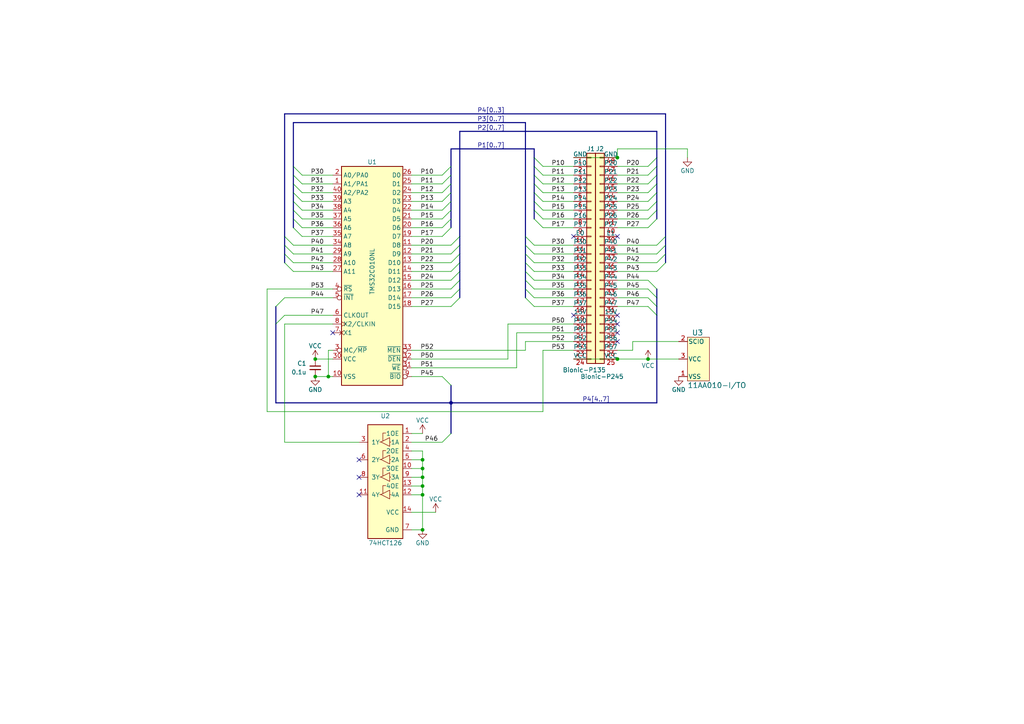
<source format=kicad_sch>
(kicad_sch (version 20230121) (generator eeschema)
  (paper "A4")
  (title_block (title "BionicTMS32010") (date "2022-01-20") (rev "1") (company "Tadashi G. Takaoka"))
  (lib_symbols
    (symbol "0-LocalLibrary:11AA010-I_TO" (pin_names (offset 0.254))
      (property "Reference" "U" (at 2.54 1.27 0))
      (property "Value" "11AA010-I/TO" (at 3.81 -13.97 0))
      (symbol "11AA010-I_TO_1_1"
        (rectangle (start 0 0) (end 6.35 -12.7) (fill (type background)))
        (pin power_in line (at -2.54 -11.43 0) (length 2.54) (name "VSS") (number "1"))
        (pin bidirectional line (at -2.54 -1.27 0) (length 2.54) (name "SCIO") (number "2"))
        (pin power_in line (at -2.54 -6.35 0) (length 2.54) (name "VCC") (number "3"))
      )
    )
    (symbol "0-LocalLibrary:74HCT126" (pin_names (offset 1.016))
      (property "Reference" "U" (at 0 16.51 0))
      (property "Value" "74HCT126" (at 0 -19.05 0))
      (symbol "74HCT126_0_1"
        (polyline (pts (xy -1.2954 10.2108) (xy -1.6002 10.2108)))
        (polyline (pts (xy 1.2954 10.2362) (xy 1.651 10.2362)))
        (polyline (pts (xy 0.7112 10.5664) (xy 0.7112 12.827) (xy -0.127 12.827) (xy -0.1016 12.827)))
      )
      (symbol "74HCT126_1_0"
        (polyline (pts (xy 1.27 10.2362) (xy -1.27 11.5062) (xy -1.27 8.9662) (xy 1.27 10.2362)) (stroke (width 0.1524)))
        (pin input line (at -7.62 12.7 0) (length 2.54) (name "1OE") (number "1"))
        (pin input line (at -7.62 2.54 0) (length 2.54) (name "3OE") (number "10"))
        (pin tri_state line (at 7.62 -5.08 180) (length 2.54) (name "4Y") (number "11"))
        (pin input line (at -7.62 -5.08 0) (length 2.54) (name "4A") (number "12"))
        (pin input line (at -7.62 -2.54 0) (length 2.54) (name "4OE") (number "13"))
        (pin power_in line (at -7.62 -10.16 0) (length 2.54) (name "VCC") (number "14"))
        (pin input line (at -7.62 10.16 0) (length 2.54) (name "1A") (number "2"))
        (pin tri_state line (at 7.62 10.16 180) (length 2.54) (name "1Y") (number "3"))
        (pin input line (at -7.62 7.62 0) (length 2.54) (name "2OE") (number "4"))
        (pin input line (at -7.62 5.08 0) (length 2.54) (name "2A") (number "5"))
        (pin tri_state line (at 7.62 5.08 180) (length 2.54) (name "2Y") (number "6"))
        (pin power_in line (at -7.62 -15.24 0) (length 2.54) (name "GND") (number "7"))
        (pin tri_state line (at 7.62 0 180) (length 2.54) (name "3Y") (number "8"))
        (pin input line (at -7.62 0 0) (length 2.54) (name "3A") (number "9"))
      )
      (symbol "74HCT126_1_1"
        (rectangle (start -5.08 15.24) (end 5.08 -17.78) (stroke (width 0.254)) (fill (type background)))
        (polyline (pts (xy -1.2954 -5.0292) (xy -1.6002 -5.0292)))
        (polyline (pts (xy -1.2954 0.0508) (xy -1.6002 0.0508)))
        (polyline (pts (xy -1.2954 5.1308) (xy -1.6002 5.1308)))
        (polyline (pts (xy 1.2954 -5.0038) (xy 1.651 -5.0038)))
        (polyline (pts (xy 1.2954 0.0762) (xy 1.651 0.0762)))
        (polyline (pts (xy 1.2954 5.1562) (xy 1.651 5.1562)))
        (polyline (pts (xy 0.7112 -4.6736) (xy 0.7112 -2.413) (xy -0.127 -2.413) (xy -0.1016 -2.413)))
        (polyline (pts (xy 0.7112 0.4064) (xy 0.7112 2.667) (xy -0.127 2.667) (xy -0.1016 2.667)))
        (polyline (pts (xy 0.7112 5.4864) (xy 0.7112 7.747) (xy -0.127 7.747) (xy -0.1016 7.747)))
        (polyline (pts (xy 1.27 -5.0038) (xy -1.27 -3.7338) (xy -1.27 -6.2738) (xy 1.27 -5.0038)) (stroke (width 0.1524)))
        (polyline (pts (xy 1.27 0.0762) (xy -1.27 1.3462) (xy -1.27 -1.1938) (xy 1.27 0.0762)) (stroke (width 0.1524)))
        (polyline (pts (xy 1.27 5.1562) (xy -1.27 6.4262) (xy -1.27 3.8862) (xy 1.27 5.1562)) (stroke (width 0.1524)))
      )
    )
    (symbol "0-LocalLibrary:Bionic-P135" (pin_names (offset 0))
      (property "Reference" "J" (at 0 30.48 0))
      (property "Value" "Bionic-P135" (at -1.27 -33.02 0))
      (symbol "Bionic-P135_1_1"
        (rectangle (start -1.27 -30.353) (end 0 -30.607) (stroke (width 0.1524)))
        (rectangle (start -1.27 -27.813) (end 0 -28.067) (stroke (width 0.1524)))
        (rectangle (start -1.27 -25.273) (end 0 -25.527) (stroke (width 0.1524)))
        (rectangle (start -1.27 -22.733) (end 0 -22.987) (stroke (width 0.1524)))
        (rectangle (start -1.27 -20.193) (end 0 -20.447) (stroke (width 0.1524)))
        (rectangle (start -1.27 -17.653) (end 0 -17.907) (stroke (width 0.1524)))
        (rectangle (start -1.27 -15.113) (end 0 -15.367) (stroke (width 0.1524)))
        (rectangle (start -1.27 -12.573) (end 0 -12.827) (stroke (width 0.1524)))
        (rectangle (start -1.27 -10.033) (end 0 -10.287) (stroke (width 0.1524)))
        (rectangle (start -1.27 -7.493) (end 0 -7.747) (stroke (width 0.1524)))
        (rectangle (start -1.27 -4.953) (end 0 -5.207) (stroke (width 0.1524)))
        (rectangle (start -1.27 -2.413) (end 0 -2.667) (stroke (width 0.1524)))
        (rectangle (start -1.27 0.127) (end 0 -0.127) (stroke (width 0.1524)))
        (rectangle (start -1.27 2.667) (end 0 2.413) (stroke (width 0.1524)))
        (rectangle (start -1.27 5.207) (end 0 4.953) (stroke (width 0.1524)))
        (rectangle (start -1.27 7.747) (end 0 7.493) (stroke (width 0.1524)))
        (rectangle (start -1.27 10.287) (end 0 10.033) (stroke (width 0.1524)))
        (rectangle (start -1.27 12.827) (end 0 12.573) (stroke (width 0.1524)))
        (rectangle (start -1.27 15.367) (end 0 15.113) (stroke (width 0.1524)))
        (rectangle (start -1.27 17.907) (end 0 17.653) (stroke (width 0.1524)))
        (rectangle (start -1.27 20.447) (end 0 20.193) (stroke (width 0.1524)))
        (rectangle (start -1.27 22.987) (end 0 22.733) (stroke (width 0.1524)))
        (rectangle (start -1.27 25.527) (end 0 25.273) (stroke (width 0.1524)))
        (rectangle (start -1.27 28.067) (end 0 27.813) (stroke (width 0.1524)))
        (rectangle (start -1.27 29.21) (end 1.27 -31.75) (stroke (width 0.254)) (fill (type background)))
        (pin power_out line (at -5.08 27.94 0) (length 3.81) (name "GND") (number "1"))
        (pin bidirectional line (at -5.08 5.08 0) (length 3.81) (name "E0") (number "10"))
        (pin bidirectional line (at -5.08 2.54 0) (length 3.81) (name "P30") (number "11"))
        (pin bidirectional line (at -5.08 0 0) (length 3.81) (name "P31") (number "12"))
        (pin bidirectional line (at -5.08 -2.54 0) (length 3.81) (name "P32") (number "13"))
        (pin bidirectional line (at -5.08 -5.08 0) (length 3.81) (name "P33") (number "14"))
        (pin bidirectional line (at -5.08 -7.62 0) (length 3.81) (name "P34") (number "15"))
        (pin bidirectional line (at -5.08 -10.16 0) (length 3.81) (name "P35") (number "16"))
        (pin bidirectional line (at -5.08 -12.7 0) (length 3.81) (name "P36") (number "17"))
        (pin bidirectional line (at -5.08 -15.24 0) (length 3.81) (name "P37") (number "18"))
        (pin power_out line (at -5.08 -17.78 0) (length 3.81) (name "15V") (number "19"))
        (pin bidirectional line (at -5.08 25.4 0) (length 3.81) (name "P10") (number "2"))
        (pin bidirectional line (at -5.08 -20.32 0) (length 3.81) (name "P50") (number "20"))
        (pin bidirectional line (at -5.08 -22.86 0) (length 3.81) (name "P51") (number "21"))
        (pin bidirectional line (at -5.08 -25.4 0) (length 3.81) (name "P52") (number "22"))
        (pin bidirectional line (at -5.08 -27.94 0) (length 3.81) (name "P53") (number "23"))
        (pin power_out line (at -5.08 -30.48 0) (length 3.81) (name "VCC") (number "24"))
        (pin bidirectional line (at -5.08 22.86 0) (length 3.81) (name "P11") (number "3"))
        (pin bidirectional line (at -5.08 20.32 0) (length 3.81) (name "P12") (number "4"))
        (pin bidirectional line (at -5.08 17.78 0) (length 3.81) (name "P13") (number "5"))
        (pin bidirectional line (at -5.08 15.24 0) (length 3.81) (name "P14") (number "6"))
        (pin bidirectional line (at -5.08 12.7 0) (length 3.81) (name "P15") (number "7"))
        (pin bidirectional line (at -5.08 10.16 0) (length 3.81) (name "P16") (number "8"))
        (pin bidirectional line (at -5.08 7.62 0) (length 3.81) (name "P17") (number "9"))
      )
    )
    (symbol "0-LocalLibrary:Bionic-P245" (pin_names (offset 0))
      (property "Reference" "J" (at -3.81 30.48 0))
      (property "Value" "Bionic-P245" (at -1.27 -33.02 0))
      (symbol "Bionic-P245_1_1"
        (rectangle (start -5.08 -31.75) (end -2.54 29.21) (stroke (width 0.254)) (fill (type background)))
        (rectangle (start -3.81 -30.607) (end -2.54 -30.353) (stroke (width 0.1524)))
        (rectangle (start -3.81 -28.067) (end -2.54 -27.813) (stroke (width 0.1524)))
        (rectangle (start -3.81 -25.527) (end -2.54 -25.273) (stroke (width 0.1524)))
        (rectangle (start -3.81 -22.987) (end -2.54 -22.733) (stroke (width 0.1524)))
        (rectangle (start -3.81 -20.447) (end -2.54 -20.193) (stroke (width 0.1524)))
        (rectangle (start -3.81 -17.907) (end -2.54 -17.653) (stroke (width 0.1524)))
        (rectangle (start -3.81 -15.367) (end -2.54 -15.113) (stroke (width 0.1524)))
        (rectangle (start -3.81 -12.827) (end -2.54 -12.573) (stroke (width 0.1524)))
        (rectangle (start -3.81 -10.287) (end -2.54 -10.033) (stroke (width 0.1524)))
        (rectangle (start -3.81 -7.747) (end -2.54 -7.493) (stroke (width 0.1524)))
        (rectangle (start -3.81 -5.207) (end -2.54 -4.953) (stroke (width 0.1524)))
        (rectangle (start -3.81 -2.667) (end -2.54 -2.413) (stroke (width 0.1524)))
        (rectangle (start -3.81 -0.127) (end -2.54 0.127) (stroke (width 0.1524)))
        (rectangle (start -3.81 2.413) (end -2.54 2.667) (stroke (width 0.1524)))
        (rectangle (start -3.81 4.953) (end -2.54 5.207) (stroke (width 0.1524)))
        (rectangle (start -3.81 7.493) (end -2.54 7.747) (stroke (width 0.1524)))
        (rectangle (start -3.81 10.033) (end -2.54 10.287) (stroke (width 0.1524)))
        (rectangle (start -3.81 12.573) (end -2.54 12.827) (stroke (width 0.1524)))
        (rectangle (start -3.81 15.113) (end -2.54 15.367) (stroke (width 0.1524)))
        (rectangle (start -3.81 17.653) (end -2.54 17.907) (stroke (width 0.1524)))
        (rectangle (start -3.81 20.193) (end -2.54 20.447) (stroke (width 0.1524)))
        (rectangle (start -3.81 22.733) (end -2.54 22.987) (stroke (width 0.1524)))
        (rectangle (start -3.81 25.273) (end -2.54 25.527) (stroke (width 0.1524)))
        (rectangle (start -3.81 27.813) (end -2.54 28.067) (stroke (width 0.1524)))
        (pin power_in line (at 1.27 -30.48 180) (length 3.81) (name "VCC") (number "25"))
        (pin bidirectional line (at 1.27 -27.94 180) (length 3.81) (name "P57") (number "26"))
        (pin bidirectional line (at 1.27 -25.4 180) (length 3.81) (name "P56") (number "27"))
        (pin bidirectional line (at 1.27 -22.86 180) (length 3.81) (name "P55") (number "28"))
        (pin bidirectional line (at 1.27 -20.32 180) (length 3.81) (name "P54") (number "29"))
        (pin power_in line (at 1.27 -17.78 180) (length 3.81) (name "15V") (number "30"))
        (pin bidirectional line (at 1.27 -15.24 180) (length 3.81) (name "P47") (number "31"))
        (pin bidirectional line (at 1.27 -12.7 180) (length 3.81) (name "P46") (number "32"))
        (pin bidirectional line (at 1.27 -10.16 180) (length 3.81) (name "P45") (number "33"))
        (pin bidirectional line (at 1.27 -7.62 180) (length 3.81) (name "P44") (number "34"))
        (pin bidirectional line (at 1.27 -5.08 180) (length 3.81) (name "P43") (number "35"))
        (pin bidirectional line (at 1.27 -2.54 180) (length 3.81) (name "P42") (number "36"))
        (pin bidirectional line (at 1.27 0 180) (length 3.81) (name "P41") (number "37"))
        (pin bidirectional line (at 1.27 2.54 180) (length 3.81) (name "P40") (number "38"))
        (pin bidirectional line (at 1.27 5.08 180) (length 3.81) (name "E1") (number "39"))
        (pin bidirectional line (at 1.27 7.62 180) (length 3.81) (name "P27") (number "40"))
        (pin bidirectional line (at 1.27 10.16 180) (length 3.81) (name "P26") (number "41"))
        (pin bidirectional line (at 1.27 12.7 180) (length 3.81) (name "P25") (number "42"))
        (pin bidirectional line (at 1.27 15.24 180) (length 3.81) (name "P24") (number "43"))
        (pin bidirectional line (at 1.27 17.78 180) (length 3.81) (name "P23") (number "44"))
        (pin bidirectional line (at 1.27 20.32 180) (length 3.81) (name "P22") (number "45"))
        (pin bidirectional line (at 1.27 22.86 180) (length 3.81) (name "P21") (number "46"))
        (pin bidirectional line (at 1.27 25.4 180) (length 3.81) (name "P20") (number "47"))
        (pin power_in line (at 1.27 27.94 180) (length 3.81) (name "GND") (number "48"))
      )
    )
    (symbol "0-LocalLibrary:TMS32C010NL"
      (property "Reference" "U" (at -1.27 31.75 0))
      (property "Value" "TMS32C010NL" (at 0 -3.81 90))
      (symbol "TMS32C010NL_0_1"
        (rectangle (start -8.89 -33.02) (end 8.89 30.48) (stroke (width 0.254)) (fill (type background)))
      )
      (symbol "TMS32C010NL_1_0"
        (pin bidirectional line (at 11.43 10.16 180) (length 2.54) (name "D7") (number "19"))
      )
      (symbol "TMS32C010NL_1_1"
        (pin output line (at -11.43 25.4 0) (length 2.54) (name "A1/PA1") (number "1"))
        (pin power_in line (at -11.43 -30.48 0) (length 2.54) (name "VSS") (number "10"))
        (pin bidirectional line (at 11.43 7.62 180) (length 2.54) (name "D8") (number "11"))
        (pin bidirectional line (at 11.43 5.08 180) (length 2.54) (name "D9") (number "12"))
        (pin bidirectional line (at 11.43 2.54 180) (length 2.54) (name "D10") (number "13"))
        (pin bidirectional line (at 11.43 0 180) (length 2.54) (name "D11") (number "14"))
        (pin bidirectional line (at 11.43 -2.54 180) (length 2.54) (name "D12") (number "15"))
        (pin bidirectional line (at 11.43 -5.08 180) (length 2.54) (name "D13") (number "16"))
        (pin bidirectional line (at 11.43 -7.62 180) (length 2.54) (name "D14") (number "17"))
        (pin bidirectional line (at 11.43 -10.16 180) (length 2.54) (name "D15") (number "18"))
        (pin output line (at -11.43 27.94 0) (length 2.54) (name "A0/PA0") (number "2"))
        (pin bidirectional line (at 11.43 12.7 180) (length 2.54) (name "D6") (number "20"))
        (pin bidirectional line (at 11.43 15.24 180) (length 2.54) (name "D5") (number "21"))
        (pin bidirectional line (at 11.43 17.78 180) (length 2.54) (name "D4") (number "22"))
        (pin bidirectional line (at 11.43 20.32 180) (length 2.54) (name "D3") (number "23"))
        (pin bidirectional line (at 11.43 22.86 180) (length 2.54) (name "D2") (number "24"))
        (pin bidirectional line (at 11.43 25.4 180) (length 2.54) (name "D1") (number "25"))
        (pin bidirectional line (at 11.43 27.94 180) (length 2.54) (name "D0") (number "26"))
        (pin output line (at -11.43 0 0) (length 2.54) (name "A11") (number "27"))
        (pin output line (at -11.43 2.54 0) (length 2.54) (name "A10") (number "28"))
        (pin output line (at -11.43 5.08 0) (length 2.54) (name "A9") (number "29"))
        (pin input inverted (at -11.43 -22.86 0) (length 2.54) (name "MC/~{MP}") (number "3"))
        (pin power_in line (at -11.43 -25.4 0) (length 2.54) (name "VCC") (number "30"))
        (pin bidirectional inverted (at 11.43 -27.94 180) (length 2.54) (name "~{WE}") (number "31"))
        (pin output inverted (at 11.43 -25.4 180) (length 2.54) (name "~{DEN}") (number "32"))
        (pin output inverted (at 11.43 -22.86 180) (length 2.54) (name "~{MEN}") (number "33"))
        (pin output line (at -11.43 7.62 0) (length 2.54) (name "A8") (number "34"))
        (pin output line (at -11.43 10.16 0) (length 2.54) (name "A7") (number "35"))
        (pin output line (at -11.43 12.7 0) (length 2.54) (name "A6") (number "36"))
        (pin output line (at -11.43 15.24 0) (length 2.54) (name "A5") (number "37"))
        (pin output line (at -11.43 17.78 0) (length 2.54) (name "A4") (number "38"))
        (pin output line (at -11.43 20.32 0) (length 2.54) (name "A3") (number "39"))
        (pin input inverted (at -11.43 -5.08 0) (length 2.54) (name "~{RS}") (number "4"))
        (pin output line (at -11.43 22.86 0) (length 2.54) (name "A2/PA2") (number "40"))
        (pin input inverted (at -11.43 -7.62 0) (length 2.54) (name "~{INT}") (number "5"))
        (pin output line (at -11.43 -12.7 0) (length 2.54) (name "CLKOUT") (number "6"))
        (pin passive non_logic (at -11.43 -17.78 0) (length 2.54) (name "X1") (number "7"))
        (pin input clock (at -11.43 -15.24 0) (length 2.54) (name "X2/CLKIN") (number "8"))
        (pin input inverted (at 11.43 -30.48 180) (length 2.54) (name "~{BIO}") (number "9"))
      )
    )
    (symbol "Device:C_Small" (pin_numbers hide) (pin_names (offset 0.254) hide)
      (property "Reference" "C" (at 0.254 1.778 0))
      (property "Value" "C_Small" (at 0.254 -2.032 0))
      (symbol "C_Small_0_1"
        (polyline (pts (xy -1.524 -0.508) (xy 1.524 -0.508)) (stroke (width 0.3302)))
        (polyline (pts (xy -1.524 0.508) (xy 1.524 0.508)) (stroke (width 0.3048)))
      )
      (symbol "C_Small_1_1"
        (pin passive line (at 0 2.54 270) (length 2.032) (name "~") (number "1"))
        (pin passive line (at 0 -2.54 90) (length 2.032) (name "~") (number "2"))
      )
    )
    (symbol "power:GND" (power) (pin_names (offset 0))
      (property "Value" "GND" (at 0 -3.81 0))
      (symbol "GND_0_1"
        (polyline (pts (xy 0 0) (xy 0 -1.27) (xy 1.27 -1.27) (xy 0 -2.54) (xy -1.27 -1.27) (xy 0 -1.27)))
      )
      (symbol "GND_1_1"
        (pin power_in line (at 0 0 270) (length 0) hide (name "GND") (number "1"))
      )
    )
    (symbol "power:VCC" (power) (pin_names (offset 0))
      (property "Value" "VCC" (at 0 3.81 0))
      (symbol "VCC_0_1"
        (polyline (pts (xy -0.762 1.27) (xy 0 2.54)))
        (polyline (pts (xy 0 0) (xy 0 2.54)))
        (polyline (pts (xy 0 2.54) (xy 0.762 1.27)))
      )
      (symbol "VCC_1_1"
        (pin power_in line (at 0 0 90) (length 0) hide (name "VCC") (number "1"))
      )
    )
  )
  (junction (at 122.555 133.35))
  (junction (at 179.07 104.14))
  (junction (at 91.44 104.14))
  (junction (at 179.07 45.72))
  (junction (at 122.555 135.89))
  (junction (at 187.96 104.14))
  (junction (at 122.555 140.97))
  (junction (at 122.555 138.43))
  (junction (at 122.555 153.67))
  (junction (at 95.25 109.22))
  (junction (at 122.555 143.51))
  (junction (at 91.44 109.22))
  (junction (at 130.81 116.84))
  (no_connect (at 96.52 96.52))
  (no_connect (at 104.14 143.51))
  (no_connect (at 104.14 138.43))
  (no_connect (at 179.07 68.58))
  (no_connect (at 166.37 68.58))
  (no_connect (at 104.14 133.35))
  (no_connect (at 179.07 96.52))
  (no_connect (at 166.37 91.44))
  (no_connect (at 179.07 93.98))
  (no_connect (at 179.07 99.06))
  (no_connect (at 179.07 91.44))
  (bus_entry (at 190.5 50.8) (size -2.54 2.54))
  (bus_entry (at 190.5 55.88) (size -2.54 2.54))
  (bus_entry (at 157.48 53.34) (size -2.54 -2.54))
  (bus_entry (at 128.27 68.58) (size 2.54 -2.54))
  (bus_entry (at 157.48 63.5) (size -2.54 -2.54))
  (bus_entry (at 133.35 78.74) (size -2.54 2.54))
  (bus_entry (at 152.4 73.66) (size 2.54 2.54))
  (bus_entry (at 87.63 55.88) (size -2.54 -2.54))
  (bus_entry (at 157.48 60.96) (size -2.54 -2.54))
  (bus_entry (at 157.48 48.26) (size -2.54 -2.54))
  (bus_entry (at 133.35 81.28) (size -2.54 2.54))
  (bus_entry (at 128.27 50.8) (size 2.54 -2.54))
  (bus_entry (at 190.5 48.26) (size -2.54 2.54))
  (bus_entry (at 187.96 86.36) (size 2.54 2.54))
  (bus_entry (at 133.35 76.2) (size -2.54 2.54))
  (bus_entry (at 87.63 50.8) (size -2.54 -2.54))
  (bus_entry (at 133.35 73.66) (size -2.54 2.54))
  (bus_entry (at 152.4 86.36) (size 2.54 2.54))
  (bus_entry (at 193.04 76.2) (size -2.54 2.54))
  (bus_entry (at 190.5 58.42) (size -2.54 2.54))
  (bus_entry (at 152.4 71.12) (size 2.54 2.54))
  (bus_entry (at 152.4 78.74) (size 2.54 2.54))
  (bus_entry (at 157.48 55.88) (size -2.54 -2.54))
  (bus_entry (at 82.55 86.36) (size -2.54 2.54))
  (bus_entry (at 128.27 109.22) (size 2.54 2.54))
  (bus_entry (at 130.81 125.73) (size -2.54 2.54))
  (bus_entry (at 87.63 66.04) (size -2.54 -2.54))
  (bus_entry (at 133.35 71.12) (size -2.54 2.54))
  (bus_entry (at 82.55 73.66) (size 2.54 2.54))
  (bus_entry (at 87.63 68.58) (size -2.54 -2.54))
  (bus_entry (at 190.5 60.96) (size -2.54 2.54))
  (bus_entry (at 82.55 68.58) (size 2.54 2.54))
  (bus_entry (at 190.5 63.5) (size -2.54 2.54))
  (bus_entry (at 82.55 71.12) (size 2.54 2.54))
  (bus_entry (at 128.27 58.42) (size 2.54 -2.54))
  (bus_entry (at 187.96 83.82) (size 2.54 2.54))
  (bus_entry (at 152.4 76.2) (size 2.54 2.54))
  (bus_entry (at 187.96 81.28) (size 2.54 2.54))
  (bus_entry (at 193.04 68.58) (size -2.54 2.54))
  (bus_entry (at 133.35 86.36) (size -2.54 2.54))
  (bus_entry (at 154.94 71.12) (size -2.54 -2.54))
  (bus_entry (at 87.63 53.34) (size -2.54 -2.54))
  (bus_entry (at 187.96 88.9) (size 2.54 2.54))
  (bus_entry (at 190.5 45.72) (size -2.54 2.54))
  (bus_entry (at 128.27 66.04) (size 2.54 -2.54))
  (bus_entry (at 128.27 53.34) (size 2.54 -2.54))
  (bus_entry (at 190.5 53.34) (size -2.54 2.54))
  (bus_entry (at 82.55 76.2) (size 2.54 2.54))
  (bus_entry (at 157.48 50.8) (size -2.54 -2.54))
  (bus_entry (at 157.48 58.42) (size -2.54 -2.54))
  (bus_entry (at 193.04 71.12) (size -2.54 2.54))
  (bus_entry (at 133.35 68.58) (size -2.54 2.54))
  (bus_entry (at 133.35 83.82) (size -2.54 2.54))
  (bus_entry (at 128.27 63.5) (size 2.54 -2.54))
  (bus_entry (at 82.55 91.44) (size -2.54 2.54))
  (bus_entry (at 193.04 73.66) (size -2.54 2.54))
  (bus_entry (at 157.48 66.04) (size -2.54 -2.54))
  (bus_entry (at 87.63 63.5) (size -2.54 -2.54))
  (bus_entry (at 152.4 83.82) (size 2.54 2.54))
  (bus_entry (at 87.63 58.42) (size -2.54 -2.54))
  (bus_entry (at 87.63 60.96) (size -2.54 -2.54))
  (bus_entry (at 128.27 60.96) (size 2.54 -2.54))
  (bus_entry (at 152.4 81.28) (size 2.54 2.54))
  (bus_entry (at 128.27 55.88) (size 2.54 -2.54))
  (wire (pts (xy 119.38 55.88) (xy 128.27 55.88)))
  (wire (pts (xy 179.07 101.6) (xy 183.515 101.6)))
  (wire (pts (xy 119.38 101.6) (xy 152.4 101.6)))
  (wire (pts (xy 166.37 53.34) (xy 157.48 53.34)))
  (wire (pts (xy 157.48 101.6) (xy 157.48 119.38)))
  (wire (pts (xy 77.47 83.82) (xy 96.52 83.82)))
  (wire (pts (xy 77.47 119.38) (xy 77.47 83.82)))
  (wire (pts (xy 91.44 104.14) (xy 96.52 104.14)))
  (wire (pts (xy 119.38 60.96) (xy 128.27 60.96)))
  (wire (pts (xy 166.37 60.96) (xy 157.48 60.96)))
  (bus (pts (xy 190.5 60.96) (xy 190.5 63.5)))
  (wire (pts (xy 147.32 93.98) (xy 166.37 93.98)))
  (wire (pts (xy 154.94 88.9) (xy 166.37 88.9)))
  (wire (pts (xy 119.38 86.36) (xy 130.81 86.36)))
  (wire (pts (xy 96.52 66.04) (xy 87.63 66.04)))
  (wire (pts (xy 85.09 76.2) (xy 96.52 76.2)))
  (wire (pts (xy 149.86 96.52) (xy 166.37 96.52)))
  (wire (pts (xy 119.38 128.27) (xy 128.27 128.27)))
  (wire (pts (xy 122.555 133.35) (xy 122.555 135.89)))
  (bus (pts (xy 154.94 58.42) (xy 154.94 60.96)))
  (bus (pts (xy 154.94 55.88) (xy 154.94 58.42)))
  (bus (pts (xy 130.81 43.18) (xy 130.81 48.26)))
  (wire (pts (xy 179.07 43.18) (xy 199.39 43.18)))
  (bus (pts (xy 190.5 38.1) (xy 190.5 45.72)))
  (bus (pts (xy 154.94 43.18) (xy 154.94 45.72)))
  (wire (pts (xy 119.38 130.81) (xy 122.555 130.81)))
  (wire (pts (xy 119.38 138.43) (xy 122.555 138.43)))
  (bus (pts (xy 130.81 48.26) (xy 130.81 50.8)))
  (wire (pts (xy 179.07 104.14) (xy 187.96 104.14)))
  (wire (pts (xy 187.96 104.14) (xy 196.85 104.14)))
  (bus (pts (xy 154.94 48.26) (xy 154.94 50.8)))
  (wire (pts (xy 95.25 101.6) (xy 95.25 109.22)))
  (wire (pts (xy 179.07 43.18) (xy 179.07 45.72)))
  (wire (pts (xy 119.38 81.28) (xy 130.81 81.28)))
  (wire (pts (xy 96.52 58.42) (xy 87.63 58.42)))
  (wire (pts (xy 96.52 50.8) (xy 87.63 50.8)))
  (wire (pts (xy 119.38 104.14) (xy 147.32 104.14)))
  (wire (pts (xy 85.09 73.66) (xy 96.52 73.66)))
  (bus (pts (xy 80.01 88.9) (xy 80.01 93.98)))
  (bus (pts (xy 154.94 50.8) (xy 154.94 53.34)))
  (wire (pts (xy 119.38 83.82) (xy 130.81 83.82)))
  (wire (pts (xy 96.52 68.58) (xy 87.63 68.58)))
  (bus (pts (xy 190.5 88.9) (xy 190.5 91.44)))
  (bus (pts (xy 85.09 35.56) (xy 85.09 48.26)))
  (bus (pts (xy 130.81 55.88) (xy 130.81 58.42)))
  (wire (pts (xy 166.37 83.82) (xy 154.94 83.82)))
  (wire (pts (xy 166.37 66.04) (xy 157.48 66.04)))
  (wire (pts (xy 119.38 109.22) (xy 128.27 109.22)))
  (wire (pts (xy 179.07 58.42) (xy 187.96 58.42)))
  (bus (pts (xy 85.09 50.8) (xy 85.09 53.34)))
  (bus (pts (xy 152.4 83.82) (xy 152.4 86.36)))
  (bus (pts (xy 82.55 33.02) (xy 193.04 33.02)))
  (wire (pts (xy 157.48 119.38) (xy 77.47 119.38)))
  (bus (pts (xy 193.04 73.66) (xy 193.04 76.2)))
  (wire (pts (xy 149.86 106.68) (xy 149.86 96.52)))
  (bus (pts (xy 130.81 43.18) (xy 154.94 43.18)))
  (wire (pts (xy 166.37 76.2) (xy 154.94 76.2)))
  (wire (pts (xy 152.4 101.6) (xy 152.4 99.06)))
  (wire (pts (xy 96.52 60.96) (xy 87.63 60.96)))
  (wire (pts (xy 85.09 78.74) (xy 96.52 78.74)))
  (wire (pts (xy 95.25 109.22) (xy 96.52 109.22)))
  (bus (pts (xy 133.35 68.58) (xy 133.35 71.12)))
  (wire (pts (xy 199.39 43.18) (xy 199.39 45.72)))
  (bus (pts (xy 85.09 55.88) (xy 85.09 58.42)))
  (bus (pts (xy 152.4 35.56) (xy 152.4 68.58)))
  (bus (pts (xy 82.55 71.12) (xy 82.55 73.66)))
  (wire (pts (xy 119.38 148.59) (xy 126.365 148.59)))
  (wire (pts (xy 179.07 48.26) (xy 187.96 48.26)))
  (wire (pts (xy 179.07 71.12) (xy 190.5 71.12)))
  (bus (pts (xy 82.55 73.66) (xy 82.55 76.2)))
  (wire (pts (xy 119.38 106.68) (xy 149.86 106.68)))
  (wire (pts (xy 96.52 101.6) (xy 95.25 101.6)))
  (wire (pts (xy 166.37 58.42) (xy 157.48 58.42)))
  (wire (pts (xy 179.07 66.04) (xy 187.96 66.04)))
  (bus (pts (xy 133.35 81.28) (xy 133.35 83.82)))
  (bus (pts (xy 193.04 68.58) (xy 193.04 71.12)))
  (bus (pts (xy 133.35 76.2) (xy 133.35 78.74)))
  (bus (pts (xy 133.35 38.1) (xy 133.35 68.58)))
  (bus (pts (xy 130.81 53.34) (xy 130.81 55.88)))
  (wire (pts (xy 122.555 130.81) (xy 122.555 133.35)))
  (bus (pts (xy 130.81 116.84) (xy 130.81 125.73)))
  (wire (pts (xy 82.55 128.27) (xy 82.55 93.98)))
  (wire (pts (xy 119.38 53.34) (xy 128.27 53.34)))
  (wire (pts (xy 179.07 88.9) (xy 187.96 88.9)))
  (wire (pts (xy 119.38 73.66) (xy 130.81 73.66)))
  (wire (pts (xy 166.37 73.66) (xy 154.94 73.66)))
  (bus (pts (xy 130.81 63.5) (xy 130.81 66.04)))
  (bus (pts (xy 85.09 53.34) (xy 85.09 55.88)))
  (bus (pts (xy 130.81 60.96) (xy 130.81 63.5)))
  (wire (pts (xy 104.14 128.27) (xy 82.55 128.27)))
  (wire (pts (xy 96.52 53.34) (xy 87.63 53.34)))
  (wire (pts (xy 179.07 78.74) (xy 190.5 78.74)))
  (wire (pts (xy 179.07 53.34) (xy 187.96 53.34)))
  (bus (pts (xy 152.4 73.66) (xy 152.4 76.2)))
  (bus (pts (xy 152.4 81.28) (xy 152.4 83.82)))
  (wire (pts (xy 119.38 143.51) (xy 122.555 143.51)))
  (wire (pts (xy 179.07 76.2) (xy 190.5 76.2)))
  (bus (pts (xy 190.5 55.88) (xy 190.5 58.42)))
  (wire (pts (xy 119.38 50.8) (xy 128.27 50.8)))
  (bus (pts (xy 133.35 71.12) (xy 133.35 73.66)))
  (bus (pts (xy 85.09 58.42) (xy 85.09 60.96)))
  (wire (pts (xy 179.07 81.28) (xy 187.96 81.28)))
  (wire (pts (xy 166.37 81.28) (xy 154.94 81.28)))
  (wire (pts (xy 82.55 93.98) (xy 96.52 93.98)))
  (wire (pts (xy 96.52 55.88) (xy 87.63 55.88)))
  (bus (pts (xy 190.5 48.26) (xy 190.5 50.8)))
  (wire (pts (xy 166.37 78.74) (xy 154.94 78.74)))
  (wire (pts (xy 166.37 71.12) (xy 154.94 71.12)))
  (wire (pts (xy 119.38 66.04) (xy 128.27 66.04)))
  (bus (pts (xy 193.04 71.12) (xy 193.04 73.66)))
  (wire (pts (xy 122.555 135.89) (xy 122.555 138.43)))
  (wire (pts (xy 96.52 63.5) (xy 87.63 63.5)))
  (bus (pts (xy 85.09 63.5) (xy 85.09 66.04)))
  (bus (pts (xy 190.5 86.36) (xy 190.5 88.9)))
  (wire (pts (xy 166.37 104.14) (xy 179.07 104.14)))
  (wire (pts (xy 179.07 55.88) (xy 187.96 55.88)))
  (bus (pts (xy 190.5 91.44) (xy 190.5 116.84)))
  (wire (pts (xy 122.555 138.43) (xy 122.555 140.97)))
  (wire (pts (xy 119.38 58.42) (xy 128.27 58.42)))
  (wire (pts (xy 179.07 83.82) (xy 187.96 83.82)))
  (wire (pts (xy 122.555 143.51) (xy 122.555 153.67)))
  (bus (pts (xy 190.5 83.82) (xy 190.5 86.36)))
  (wire (pts (xy 183.515 99.06) (xy 196.85 99.06)))
  (wire (pts (xy 119.38 76.2) (xy 130.81 76.2)))
  (bus (pts (xy 133.35 78.74) (xy 133.35 81.28)))
  (wire (pts (xy 96.52 91.44) (xy 82.55 91.44)))
  (wire (pts (xy 157.48 101.6) (xy 166.37 101.6)))
  (bus (pts (xy 190.5 38.1) (xy 133.35 38.1)))
  (wire (pts (xy 122.555 140.97) (xy 122.555 143.51)))
  (bus (pts (xy 152.4 78.74) (xy 152.4 81.28)))
  (wire (pts (xy 96.52 86.36) (xy 82.55 86.36)))
  (wire (pts (xy 119.38 71.12) (xy 130.81 71.12)))
  (wire (pts (xy 154.94 86.36) (xy 166.37 86.36)))
  (bus (pts (xy 82.55 68.58) (xy 82.55 33.02)))
  (wire (pts (xy 179.07 63.5) (xy 187.96 63.5)))
  (wire (pts (xy 119.38 78.74) (xy 130.81 78.74)))
  (wire (pts (xy 166.37 55.88) (xy 157.48 55.88)))
  (bus (pts (xy 85.09 35.56) (xy 152.4 35.56)))
  (wire (pts (xy 119.38 135.89) (xy 122.555 135.89)))
  (bus (pts (xy 154.94 45.72) (xy 154.94 48.26)))
  (bus (pts (xy 85.09 48.26) (xy 85.09 50.8)))
  (bus (pts (xy 193.04 33.02) (xy 193.04 68.58)))
  (bus (pts (xy 133.35 83.82) (xy 133.35 86.36)))
  (bus (pts (xy 154.94 60.96) (xy 154.94 63.5)))
  (bus (pts (xy 80.01 116.84) (xy 130.81 116.84)))
  (bus (pts (xy 190.5 58.42) (xy 190.5 60.96)))
  (wire (pts (xy 119.38 88.9) (xy 130.81 88.9)))
  (bus (pts (xy 82.55 68.58) (xy 82.55 71.12)))
  (bus (pts (xy 85.09 60.96) (xy 85.09 63.5)))
  (bus (pts (xy 80.01 93.98) (xy 80.01 116.84)))
  (wire (pts (xy 179.07 50.8) (xy 187.96 50.8)))
  (wire (pts (xy 179.07 73.66) (xy 190.5 73.66)))
  (bus (pts (xy 133.35 73.66) (xy 133.35 76.2)))
  (bus (pts (xy 152.4 71.12) (xy 152.4 73.66)))
  (wire (pts (xy 179.07 60.96) (xy 187.96 60.96)))
  (bus (pts (xy 130.81 50.8) (xy 130.81 53.34)))
  (bus (pts (xy 130.81 111.76) (xy 130.81 116.84)))
  (bus (pts (xy 154.94 53.34) (xy 154.94 55.88)))
  (wire (pts (xy 179.07 86.36) (xy 187.96 86.36)))
  (wire (pts (xy 119.38 68.58) (xy 128.27 68.58)))
  (wire (pts (xy 166.37 48.26) (xy 157.48 48.26)))
  (bus (pts (xy 190.5 53.34) (xy 190.5 55.88)))
  (bus (pts (xy 152.4 76.2) (xy 152.4 78.74)))
  (bus (pts (xy 130.81 116.84) (xy 190.5 116.84)))
  (wire (pts (xy 166.37 63.5) (xy 157.48 63.5)))
  (wire (pts (xy 152.4 99.06) (xy 166.37 99.06)))
  (bus (pts (xy 190.5 50.8) (xy 190.5 53.34)))
  (wire (pts (xy 119.38 140.97) (xy 122.555 140.97)))
  (wire (pts (xy 119.38 133.35) (xy 122.555 133.35)))
  (bus (pts (xy 130.81 58.42) (xy 130.81 60.96)))
  (wire (pts (xy 85.09 71.12) (xy 96.52 71.12)))
  (wire (pts (xy 91.44 109.22) (xy 95.25 109.22)))
  (wire (pts (xy 119.38 153.67) (xy 122.555 153.67)))
  (wire (pts (xy 147.32 104.14) (xy 147.32 93.98)))
  (bus (pts (xy 190.5 45.72) (xy 190.5 48.26)))
  (wire (pts (xy 166.37 50.8) (xy 157.48 50.8)))
  (wire (pts (xy 183.515 101.6) (xy 183.515 99.06)))
  (bus (pts (xy 152.4 68.58) (xy 152.4 71.12)))
  (wire (pts (xy 166.37 45.72) (xy 179.07 45.72)))
  (wire (pts (xy 119.38 63.5) (xy 128.27 63.5)))
  (wire (pts (xy 119.38 125.73) (xy 122.555 125.73)))
  (label "P11" (at 121.92 53.34 0))
  (label "P2[0..7]" (at 138.43 38.1 0))
  (label "P36" (at 93.98 66.04 180))
  (label "P24" (at 181.61 58.42 0))
  (label "P50" (at 121.92 104.14 0))
  (label "P21" (at 121.92 73.66 0))
  (label "P44" (at 93.98 86.36 180))
  (label "P17" (at 163.83 66.04 180))
  (label "P41" (at 181.61 73.66 0))
  (label "P36" (at 163.83 86.36 180))
  (label "P20" (at 181.61 48.26 0))
  (label "P51" (at 121.92 106.68 0))
  (label "P53" (at 93.98 83.82 180))
  (label "P13" (at 121.92 58.42 0))
  (label "P45" (at 121.92 109.22 0))
  (label "P46" (at 181.61 86.36 0))
  (label "P12" (at 163.83 53.34 180))
  (label "P34" (at 163.83 81.28 180))
  (label "P22" (at 181.61 53.34 0))
  (label "P16" (at 163.83 63.5 180))
  (label "P23" (at 121.92 78.74 0))
  (label "P52" (at 163.83 99.06 180))
  (label "P13" (at 163.83 55.88 180))
  (label "P15" (at 163.83 60.96 180))
  (label "P52" (at 121.92 101.6 0))
  (label "P37" (at 93.98 68.58 180))
  (label "P31" (at 163.83 73.66 180))
  (label "P47" (at 93.98 91.44 180))
  (label "P51" (at 163.83 96.52 180))
  (label "P17" (at 121.92 68.58 0))
  (label "P47" (at 181.61 88.9 0))
  (label "P4[0..3]" (at 138.43 33.02 0))
  (label "P40" (at 93.98 71.12 180))
  (label "P4[4..7]" (at 168.91 116.84 0))
  (label "P42" (at 181.61 76.2 0))
  (label "P21" (at 181.61 50.8 0))
  (label "P44" (at 181.61 81.28 0))
  (label "P30" (at 93.98 50.8 180))
  (label "P10" (at 163.83 48.26 180))
  (label "P31" (at 93.98 53.34 180))
  (label "P14" (at 121.92 60.96 0))
  (label "P3[0..7]" (at 138.43 35.56 0))
  (label "P42" (at 93.98 76.2 180))
  (label "P25" (at 121.92 83.82 0))
  (label "P50" (at 163.83 93.98 180))
  (label "P45" (at 181.61 83.82 0))
  (label "P26" (at 181.61 63.5 0))
  (label "P43" (at 93.98 78.74 180))
  (label "P26" (at 121.92 86.36 0))
  (label "P14" (at 163.83 58.42 180))
  (label "P23" (at 181.61 55.88 0))
  (label "P27" (at 121.92 88.9 0))
  (label "P10" (at 121.92 50.8 0))
  (label "P1[0..7]" (at 138.43 43.18 0))
  (label "P27" (at 181.61 66.04 0))
  (label "P33" (at 163.83 78.74 180))
  (label "P40" (at 181.61 71.12 0))
  (label "P46" (at 123.19 128.27 0))
  (label "P25" (at 181.61 60.96 0))
  (label "P32" (at 163.83 76.2 180))
  (label "P37" (at 163.83 88.9 180))
  (label "P34" (at 93.98 60.96 180))
  (label "P30" (at 163.83 71.12 180))
  (label "P41" (at 93.98 73.66 180))
  (label "P16" (at 121.92 66.04 0))
  (label "P20" (at 121.92 71.12 0))
  (label "P22" (at 121.92 76.2 0))
  (label "P24" (at 121.92 81.28 0))
  (label "P53" (at 163.83 101.6 180))
  (label "P15" (at 121.92 63.5 0))
  (label "P33" (at 93.98 58.42 180))
  (label "P35" (at 163.83 83.82 180))
  (label "P32" (at 93.98 55.88 180))
  (label "P11" (at 163.83 50.8 180))
  (label "P12" (at 121.92 55.88 0))
  (label "P43" (at 181.61 78.74 0))
  (label "P35" (at 93.98 63.5 180))
  (symbol (lib_id "Device:C_Small") (at 91.44 106.68 0) (mirror y) (unit 1)
    (property "Reference" "C1" (at 88.9 105.41 0) (effects (justify left)))
    (property "Value" "0.1u" (at 88.9 107.95 0) (effects (justify left)))
    (property "Footprint" "Capacitor_THT:C_Disc_D3.4mm_W2.1mm_P2.50mm" (effects hide))
  )
  (symbol (lib_id "0-LocalLibrary:74HCT126") (at 111.76 138.43 0) (mirror y) (unit 1)
    (property "Reference" "U2" (at 111.76 120.65 0))
    (property "Value" "74HCT126" (at 111.76 157.48 0))
    (property "Footprint" "Package_DIP:DIP-14_W7.62mm" (effects hide))
    (property "Datasheet" "https://www.ti.com/lit/ds/symlink/cd74hct126.pdf" (effects hide))
  )
  (symbol (lib_id "0-LocalLibrary:TMS32C010NL") (at 107.95 78.74 0) (unit 1)
    (property "Reference" "U1" (at 107.95 46.99 0))
    (property "Value" "TMS32C010NL" (at 107.95 78.74 90))
    (property "Footprint" "Package_DIP:DIP-40_W15.24mm" (effects hide))
    (property "Datasheet" "https://pdf1.alldatasheet.com/datasheet-pdf/view/29033/TI/TMS320C10.html" (effects hide))
  )
  (symbol (lib_id "0-LocalLibrary:11AA010-I_TO") (at 199.39 97.79 0) (unit 1)
    (property "Reference" "U3" (at 200.66 96.52 0) (effects (font (size 1.524 1.524)) (justify left)))
    (property "Value" "11AA010-I/TO" (at 199.39 111.76 0) (effects (font (size 1.524 1.524)) (justify left)))
    (property "Footprint" "TO-92_MC_MCH" (effects hide))
    (property "Datasheet" "11AA010-I/TO" (effects hide))
  )
  (symbol (lib_id "power:GND") (at 91.44 109.22 0) (unit 1)
    (property "Reference" "#PWR03" (effects hide))
    (property "Value" "GND" (at 91.44 113.03 0))
  )
  (symbol (lib_id "power:VCC") (at 187.96 104.14 0) (unit 1)
    (property "Reference" "#PWR07" (effects hide))
    (property "Value" "VCC" (at 187.96 106.045 0))
  )
  (symbol (lib_id "power:VCC") (at 122.555 125.73 0) (unit 1)
    (property "Reference" "#PWR05" (effects hide))
    (property "Value" "VCC" (at 122.555 121.92 0))
  )
  (symbol (lib_id "power:GND") (at 199.39 45.72 0) (unit 1)
    (property "Reference" "#PWR01" (effects hide))
    (property "Value" "GND" (at 199.39 49.53 0))
  )
  (symbol (lib_id "power:VCC") (at 126.365 148.59 0) (unit 1)
    (property "Reference" "#PWR06" (effects hide))
    (property "Value" "VCC" (at 126.365 144.78 0))
  )
  (symbol (lib_id "power:GND") (at 122.555 153.67 0) (unit 1)
    (property "Reference" "#PWR02" (effects hide))
    (property "Value" "GND" (at 122.555 157.48 0))
  )
  (symbol (lib_id "0-LocalLibrary:Bionic-P135") (at 171.45 73.66 0) (unit 1)
    (property "Reference" "J1" (at 170.18 43.18 0) (effects (justify left)))
    (property "Value" "Bionic-P135" (at 163.195 107.315 0) (effects (justify left)))
    (property "Footprint" "connector:Bionic-P135_Vertical" (effects hide))
  )
  (symbol (lib_id "power:VCC") (at 91.44 104.14 0) (unit 1)
    (property "Reference" "#PWR04" (effects hide))
    (property "Value" "VCC" (at 91.44 100.33 0))
  )
  (symbol (lib_id "0-LocalLibrary:Bionic-P245") (at 177.8 73.66 0) (unit 1)
    (property "Reference" "J2" (at 173.99 43.18 0))
    (property "Value" "Bionic-P245" (at 174.625 109.22 0))
    (property "Footprint" "connector:Bionic-P245_Vertical" (effects hide))
  )
  (symbol (lib_id "power:GND") (at 196.85 109.22 0) (unit 1)
    (property "Reference" "#PWR08" (effects hide))
    (property "Value" "GND" (at 196.85 113.03 0))
  )
)
</source>
